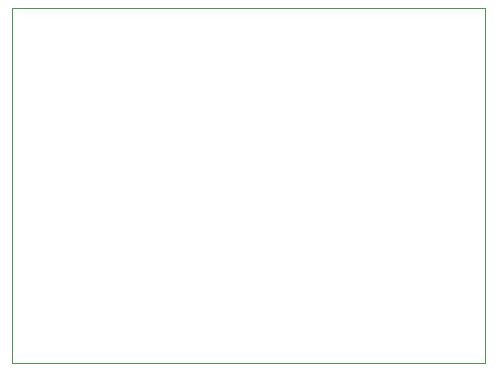
<source format=gm1>
%TF.GenerationSoftware,KiCad,Pcbnew,8.0.8*%
%TF.CreationDate,2025-02-04T17:17:55+00:00*%
%TF.ProjectId,ec30_3x2_l_mh_0.1,65633330-5f33-4783-925f-6c5f6d685f30,v0.1*%
%TF.SameCoordinates,PX8d24d00PY36d6160*%
%TF.FileFunction,Profile,NP*%
%FSLAX46Y46*%
G04 Gerber Fmt 4.6, Leading zero omitted, Abs format (unit mm)*
G04 Created by KiCad (PCBNEW 8.0.8) date 2025-02-04 17:17:55*
%MOMM*%
%LPD*%
G01*
G04 APERTURE LIST*
%TA.AperFunction,Profile*%
%ADD10C,0.050000*%
%TD*%
G04 APERTURE END LIST*
D10*
X-20000000Y15000001D02*
X20000000Y15000001D01*
X20000000Y-14999999D01*
X-20000000Y-14999999D01*
X-20000000Y15000001D01*
M02*

</source>
